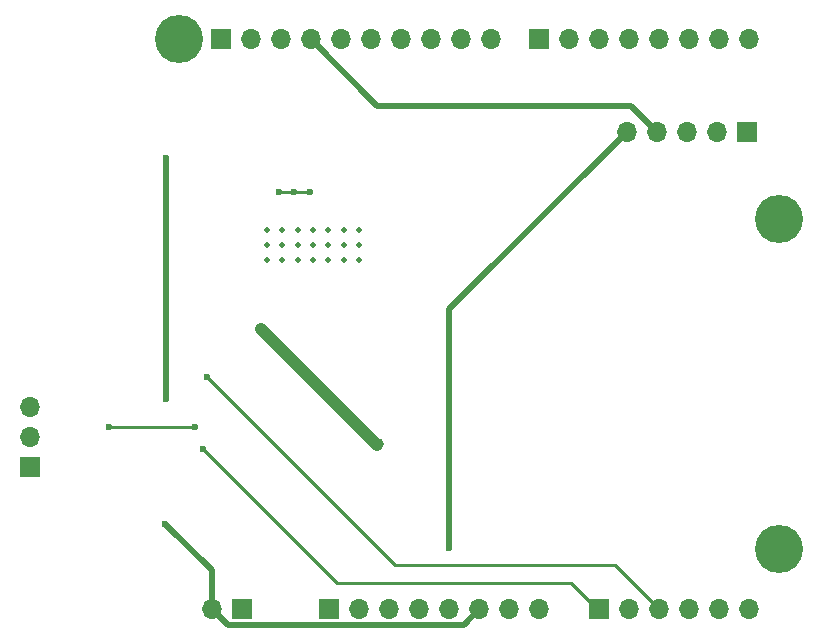
<source format=gbr>
%TF.GenerationSoftware,KiCad,Pcbnew,(5.1.10)-1*%
%TF.CreationDate,2023-02-13T10:48:01+08:00*%
%TF.ProjectId,my_foc_power_shield,6d795f66-6f63-45f7-906f-7765725f7368,rev?*%
%TF.SameCoordinates,Original*%
%TF.FileFunction,Copper,L2,Bot*%
%TF.FilePolarity,Positive*%
%FSLAX46Y46*%
G04 Gerber Fmt 4.6, Leading zero omitted, Abs format (unit mm)*
G04 Created by KiCad (PCBNEW (5.1.10)-1) date 2023-02-13 10:48:01*
%MOMM*%
%LPD*%
G01*
G04 APERTURE LIST*
%TA.AperFunction,ComponentPad*%
%ADD10R,1.700000X1.700000*%
%TD*%
%TA.AperFunction,ComponentPad*%
%ADD11O,1.700000X1.700000*%
%TD*%
%TA.AperFunction,ComponentPad*%
%ADD12C,4.064000*%
%TD*%
%TA.AperFunction,ComponentPad*%
%ADD13C,0.500000*%
%TD*%
%TA.AperFunction,ViaPad*%
%ADD14C,0.600000*%
%TD*%
%TA.AperFunction,ViaPad*%
%ADD15C,1.000000*%
%TD*%
%TA.AperFunction,Conductor*%
%ADD16C,0.500000*%
%TD*%
%TA.AperFunction,Conductor*%
%ADD17C,1.000000*%
%TD*%
%TA.AperFunction,Conductor*%
%ADD18C,0.250000*%
%TD*%
G04 APERTURE END LIST*
D10*
%TO.P,U8,1*%
%TO.N,/MOTOR_A*%
X113598000Y-111765000D03*
D11*
%TO.P,U8,2*%
%TO.N,/MOTOR_B*%
X113598000Y-109225000D03*
%TO.P,U8,3*%
%TO.N,/MOTOR_C*%
X113598000Y-106685000D03*
%TD*%
%TO.P,P3,10*%
%TO.N,/DRV_EN_8*%
X152654000Y-75565000D03*
%TO.P,P3,9*%
%TO.N,/9(\u002A\u002A)*%
X150114000Y-75565000D03*
%TO.P,P3,8*%
%TO.N,/PWM_B_10*%
X147574000Y-75565000D03*
%TO.P,P3,7*%
%TO.N,/Encoder_Z_D11*%
X145034000Y-75565000D03*
%TO.P,P3,6*%
%TO.N,/12(MISO)*%
X142494000Y-75565000D03*
%TO.P,P3,5*%
%TO.N,/13(SCK)*%
X139954000Y-75565000D03*
%TO.P,P3,4*%
%TO.N,GNDA*%
X137414000Y-75565000D03*
%TO.P,P3,3*%
%TO.N,/AREF*%
X134874000Y-75565000D03*
%TO.P,P3,2*%
%TO.N,/SDA*%
X132334000Y-75565000D03*
D10*
%TO.P,P3,1*%
%TO.N,/SCL*%
X129794000Y-75565000D03*
%TD*%
D11*
%TO.P,P1,8*%
%TO.N,/Vin*%
X156718000Y-123825000D03*
%TO.P,P1,7*%
%TO.N,GNDA*%
X154178000Y-123825000D03*
%TO.P,P1,6*%
X151638000Y-123825000D03*
%TO.P,P1,5*%
%TO.N,+5V*%
X149098000Y-123825000D03*
%TO.P,P1,4*%
%TO.N,+3V3*%
X146558000Y-123825000D03*
%TO.P,P1,3*%
%TO.N,/Reset*%
X144018000Y-123825000D03*
%TO.P,P1,2*%
%TO.N,/IOREF*%
X141478000Y-123825000D03*
D10*
%TO.P,P1,1*%
%TO.N,Net-(P1-Pad1)*%
X138938000Y-123825000D03*
%TD*%
D11*
%TO.P,P4,8*%
%TO.N,/0(Rx)*%
X174498000Y-75565000D03*
%TO.P,P4,7*%
%TO.N,/Encoder_B_D1*%
X171958000Y-75565000D03*
%TO.P,P4,6*%
%TO.N,/Encoder_A_D2*%
X169418000Y-75565000D03*
%TO.P,P4,5*%
%TO.N,/3(\u002A\u002A)*%
X166878000Y-75565000D03*
%TO.P,P4,4*%
%TO.N,/4*%
X164338000Y-75565000D03*
%TO.P,P4,3*%
%TO.N,/PWM_A_5*%
X161798000Y-75565000D03*
%TO.P,P4,2*%
%TO.N,/PWM_C_6*%
X159258000Y-75565000D03*
D10*
%TO.P,P4,1*%
%TO.N,/7*%
X156718000Y-75565000D03*
%TD*%
D11*
%TO.P,P2,6*%
%TO.N,/A5(SCL)*%
X174498000Y-123825000D03*
%TO.P,P2,5*%
%TO.N,/A4(SDA)*%
X171958000Y-123825000D03*
%TO.P,P2,4*%
%TO.N,/A3*%
X169418000Y-123825000D03*
%TO.P,P2,3*%
%TO.N,/SENSE_B_A2*%
X166878000Y-123825000D03*
%TO.P,P2,2*%
%TO.N,/A1*%
X164338000Y-123825000D03*
D10*
%TO.P,P2,1*%
%TO.N,/SENSE_A_A0*%
X161798000Y-123825000D03*
%TD*%
D12*
%TO.P,P6,1*%
%TO.N,Net-(P6-Pad1)*%
X177038000Y-118745000D03*
%TD*%
%TO.P,P7,1*%
%TO.N,Net-(P7-Pad1)*%
X126238000Y-75565000D03*
%TD*%
%TO.P,P8,1*%
%TO.N,Net-(P8-Pad1)*%
X177038000Y-90805000D03*
%TD*%
D10*
%TO.P,BT1,1*%
%TO.N,VCC_IN*%
X131598000Y-123765000D03*
D11*
%TO.P,BT1,2*%
%TO.N,GNDA*%
X129058000Y-123765000D03*
%TD*%
D10*
%TO.P,J3,1*%
%TO.N,/Encoder_Z_D11*%
X174298000Y-83365000D03*
D11*
%TO.P,J3,2*%
%TO.N,/Encoder_B_D1*%
X171758000Y-83365000D03*
%TO.P,J3,3*%
%TO.N,/Encoder_A_D2*%
X169218000Y-83365000D03*
%TO.P,J3,4*%
%TO.N,GNDA*%
X166678000Y-83365000D03*
%TO.P,J3,5*%
%TO.N,+5V*%
X164138000Y-83365000D03*
%TD*%
D13*
%TO.P,U6,29*%
%TO.N,GNDA*%
X141498000Y-91665000D03*
X141498000Y-94265000D03*
X140198000Y-91665000D03*
X140198000Y-94265000D03*
X138898000Y-91665000D03*
X138898000Y-94265000D03*
X137598000Y-91665000D03*
X137598000Y-94265000D03*
X136298000Y-94265000D03*
X136298000Y-91665000D03*
X134998000Y-91665000D03*
X134998000Y-94265000D03*
X133698000Y-91665000D03*
X133698000Y-94265000D03*
X141498000Y-92965000D03*
X140198000Y-92965000D03*
X138898000Y-92965000D03*
X133698000Y-92965000D03*
X134998000Y-92965000D03*
X136298000Y-92965000D03*
X137598000Y-92965000D03*
%TD*%
D14*
%TO.N,+5V*%
X149098000Y-118615000D03*
%TO.N,+3V3*%
X125123000Y-105990000D03*
X125123000Y-85640000D03*
%TO.N,GNDA*%
X125098000Y-116565000D03*
%TO.N,VCC_IN*%
X133182788Y-100065000D03*
D15*
X143098000Y-109815000D03*
D14*
X135665394Y-102547606D03*
%TO.N,/SENSE_A_A0*%
X128298000Y-110265000D03*
%TO.N,/SENSE_B_A2*%
X128598000Y-104165000D03*
%TO.N,/DRV_EN_8*%
X135973000Y-88490000D03*
X137373000Y-88490000D03*
X134673000Y-88490000D03*
%TO.N,/MOTOR_B_CS*%
X120285510Y-108365010D03*
X127597990Y-108365010D03*
%TD*%
D16*
%TO.N,+5V*%
X149098000Y-98405000D02*
X164138000Y-83365000D01*
X149098000Y-118615000D02*
X149098000Y-98405000D01*
%TO.N,+3V3*%
X125123000Y-105990000D02*
X125123000Y-85640000D01*
X125123000Y-85640000D02*
X125123000Y-85640000D01*
%TO.N,GNDA*%
X129058000Y-120525000D02*
X125098000Y-116565000D01*
X129058000Y-123765000D02*
X129058000Y-120525000D01*
X164503010Y-81190010D02*
X166678000Y-83365000D01*
X143039010Y-81190010D02*
X164503010Y-81190010D01*
X137414000Y-75565000D02*
X143039010Y-81190010D01*
D17*
%TO.N,VCC_IN*%
X133182788Y-100065000D02*
X135665394Y-102547606D01*
X135665394Y-102547606D02*
X143032788Y-109915000D01*
D16*
%TO.N,GNDA*%
X150337999Y-125125001D02*
X151638000Y-123825000D01*
X130418001Y-125125001D02*
X150337999Y-125125001D01*
X129058000Y-123765000D02*
X130418001Y-125125001D01*
D18*
%TO.N,/SENSE_A_A0*%
X159398000Y-121565000D02*
X139598000Y-121565000D01*
X139598000Y-121565000D02*
X128298000Y-110265000D01*
X128298000Y-110265000D02*
X128298000Y-110265000D01*
X161658000Y-123825000D02*
X159398000Y-121565000D01*
X161798000Y-123825000D02*
X161658000Y-123825000D01*
%TO.N,/SENSE_B_A2*%
X166878000Y-123825000D02*
X163118000Y-120065000D01*
X163118000Y-120065000D02*
X144598000Y-120065000D01*
X144598000Y-120065000D02*
X144498000Y-120065000D01*
X144498000Y-120065000D02*
X128598000Y-104165000D01*
X128598000Y-104165000D02*
X128598000Y-104165000D01*
%TO.N,/DRV_EN_8*%
X135973000Y-88490000D02*
X137373000Y-88490000D01*
X137373000Y-88490000D02*
X137373000Y-88490000D01*
X135973000Y-88490000D02*
X134673000Y-88490000D01*
%TO.N,/MOTOR_B_CS*%
X120285510Y-108365010D02*
X127597990Y-108365010D01*
X127597990Y-108365010D02*
X127597990Y-108365010D01*
%TD*%
M02*

</source>
